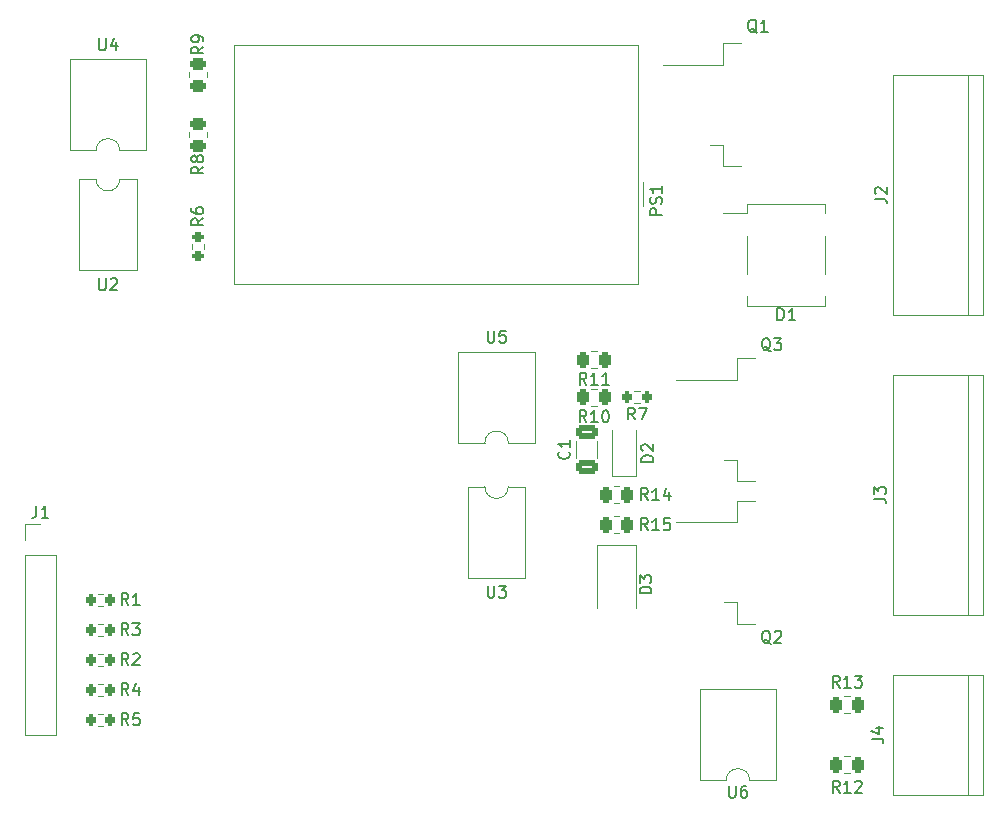
<source format=gto>
G04 #@! TF.GenerationSoftware,KiCad,Pcbnew,(6.0.0-0)*
G04 #@! TF.CreationDate,2022-03-09T14:35:56+01:00*
G04 #@! TF.ProjectId,prototype-2,70726f74-6f74-4797-9065-2d322e6b6963,rev?*
G04 #@! TF.SameCoordinates,Original*
G04 #@! TF.FileFunction,Legend,Top*
G04 #@! TF.FilePolarity,Positive*
%FSLAX46Y46*%
G04 Gerber Fmt 4.6, Leading zero omitted, Abs format (unit mm)*
G04 Created by KiCad (PCBNEW (6.0.0-0)) date 2022-03-09 14:35:56*
%MOMM*%
%LPD*%
G01*
G04 APERTURE LIST*
G04 Aperture macros list*
%AMRoundRect*
0 Rectangle with rounded corners*
0 $1 Rounding radius*
0 $2 $3 $4 $5 $6 $7 $8 $9 X,Y pos of 4 corners*
0 Add a 4 corners polygon primitive as box body*
4,1,4,$2,$3,$4,$5,$6,$7,$8,$9,$2,$3,0*
0 Add four circle primitives for the rounded corners*
1,1,$1+$1,$2,$3*
1,1,$1+$1,$4,$5*
1,1,$1+$1,$6,$7*
1,1,$1+$1,$8,$9*
0 Add four rect primitives between the rounded corners*
20,1,$1+$1,$2,$3,$4,$5,0*
20,1,$1+$1,$4,$5,$6,$7,0*
20,1,$1+$1,$6,$7,$8,$9,0*
20,1,$1+$1,$8,$9,$2,$3,0*%
G04 Aperture macros list end*
%ADD10C,0.150000*%
%ADD11C,0.120000*%
%ADD12RoundRect,0.250000X-0.262500X-0.450000X0.262500X-0.450000X0.262500X0.450000X-0.262500X0.450000X0*%
%ADD13RoundRect,0.250000X0.262500X0.450000X-0.262500X0.450000X-0.262500X-0.450000X0.262500X-0.450000X0*%
%ADD14R,4.600000X1.100000*%
%ADD15R,9.400000X10.800000*%
%ADD16R,1.800000X2.500000*%
%ADD17R,2.000000X1.780000*%
%ADD18RoundRect,0.200000X-0.275000X0.200000X-0.275000X-0.200000X0.275000X-0.200000X0.275000X0.200000X0*%
%ADD19R,1.200000X0.900000*%
%ADD20R,3.000000X3.000000*%
%ADD21C,3.000000*%
%ADD22RoundRect,0.200000X-0.200000X-0.275000X0.200000X-0.275000X0.200000X0.275000X-0.200000X0.275000X0*%
%ADD23RoundRect,0.200000X0.200000X0.275000X-0.200000X0.275000X-0.200000X-0.275000X0.200000X-0.275000X0*%
%ADD24RoundRect,0.250000X-0.450000X0.262500X-0.450000X-0.262500X0.450000X-0.262500X0.450000X0.262500X0*%
%ADD25R,1.700000X1.700000*%
%ADD26O,1.700000X1.700000*%
%ADD27R,2.300000X2.000000*%
%ADD28C,2.300000*%
%ADD29R,2.000000X1.500000*%
%ADD30RoundRect,0.250000X0.650000X-0.325000X0.650000X0.325000X-0.650000X0.325000X-0.650000X-0.325000X0*%
G04 APERTURE END LIST*
D10*
X162552142Y-94432380D02*
X162218809Y-93956190D01*
X161980714Y-94432380D02*
X161980714Y-93432380D01*
X162361666Y-93432380D01*
X162456904Y-93480000D01*
X162504523Y-93527619D01*
X162552142Y-93622857D01*
X162552142Y-93765714D01*
X162504523Y-93860952D01*
X162456904Y-93908571D01*
X162361666Y-93956190D01*
X161980714Y-93956190D01*
X163504523Y-94432380D02*
X162933095Y-94432380D01*
X163218809Y-94432380D02*
X163218809Y-93432380D01*
X163123571Y-93575238D01*
X163028333Y-93670476D01*
X162933095Y-93718095D01*
X164409285Y-93432380D02*
X163933095Y-93432380D01*
X163885476Y-93908571D01*
X163933095Y-93860952D01*
X164028333Y-93813333D01*
X164266428Y-93813333D01*
X164361666Y-93860952D01*
X164409285Y-93908571D01*
X164456904Y-94003809D01*
X164456904Y-94241904D01*
X164409285Y-94337142D01*
X164361666Y-94384761D01*
X164266428Y-94432380D01*
X164028333Y-94432380D01*
X163933095Y-94384761D01*
X163885476Y-94337142D01*
X162552142Y-91892380D02*
X162218809Y-91416190D01*
X161980714Y-91892380D02*
X161980714Y-90892380D01*
X162361666Y-90892380D01*
X162456904Y-90940000D01*
X162504523Y-90987619D01*
X162552142Y-91082857D01*
X162552142Y-91225714D01*
X162504523Y-91320952D01*
X162456904Y-91368571D01*
X162361666Y-91416190D01*
X161980714Y-91416190D01*
X163504523Y-91892380D02*
X162933095Y-91892380D01*
X163218809Y-91892380D02*
X163218809Y-90892380D01*
X163123571Y-91035238D01*
X163028333Y-91130476D01*
X162933095Y-91178095D01*
X164361666Y-91225714D02*
X164361666Y-91892380D01*
X164123571Y-90844761D02*
X163885476Y-91559047D01*
X164504523Y-91559047D01*
X172944761Y-104052619D02*
X172849523Y-104005000D01*
X172754285Y-103909761D01*
X172611428Y-103766904D01*
X172516190Y-103719285D01*
X172420952Y-103719285D01*
X172468571Y-103957380D02*
X172373333Y-103909761D01*
X172278095Y-103814523D01*
X172230476Y-103624047D01*
X172230476Y-103290714D01*
X172278095Y-103100238D01*
X172373333Y-103005000D01*
X172468571Y-102957380D01*
X172659047Y-102957380D01*
X172754285Y-103005000D01*
X172849523Y-103100238D01*
X172897142Y-103290714D01*
X172897142Y-103624047D01*
X172849523Y-103814523D01*
X172754285Y-103909761D01*
X172659047Y-103957380D01*
X172468571Y-103957380D01*
X173278095Y-103052619D02*
X173325714Y-103005000D01*
X173420952Y-102957380D01*
X173659047Y-102957380D01*
X173754285Y-103005000D01*
X173801904Y-103052619D01*
X173849523Y-103147857D01*
X173849523Y-103243095D01*
X173801904Y-103385952D01*
X173230476Y-103957380D01*
X173849523Y-103957380D01*
X162857380Y-99798095D02*
X161857380Y-99798095D01*
X161857380Y-99560000D01*
X161905000Y-99417142D01*
X162000238Y-99321904D01*
X162095476Y-99274285D01*
X162285952Y-99226666D01*
X162428809Y-99226666D01*
X162619285Y-99274285D01*
X162714523Y-99321904D01*
X162809761Y-99417142D01*
X162857380Y-99560000D01*
X162857380Y-99798095D01*
X161857380Y-98893333D02*
X161857380Y-98274285D01*
X162238333Y-98607619D01*
X162238333Y-98464761D01*
X162285952Y-98369523D01*
X162333571Y-98321904D01*
X162428809Y-98274285D01*
X162666904Y-98274285D01*
X162762142Y-98321904D01*
X162809761Y-98369523D01*
X162857380Y-98464761D01*
X162857380Y-98750476D01*
X162809761Y-98845714D01*
X162762142Y-98893333D01*
X148983095Y-77557380D02*
X148983095Y-78366904D01*
X149030714Y-78462142D01*
X149078333Y-78509761D01*
X149173571Y-78557380D01*
X149364047Y-78557380D01*
X149459285Y-78509761D01*
X149506904Y-78462142D01*
X149554523Y-78366904D01*
X149554523Y-77557380D01*
X150506904Y-77557380D02*
X150030714Y-77557380D01*
X149983095Y-78033571D01*
X150030714Y-77985952D01*
X150125952Y-77938333D01*
X150364047Y-77938333D01*
X150459285Y-77985952D01*
X150506904Y-78033571D01*
X150554523Y-78128809D01*
X150554523Y-78366904D01*
X150506904Y-78462142D01*
X150459285Y-78509761D01*
X150364047Y-78557380D01*
X150125952Y-78557380D01*
X150030714Y-78509761D01*
X149983095Y-78462142D01*
X157357142Y-82112380D02*
X157023809Y-81636190D01*
X156785714Y-82112380D02*
X156785714Y-81112380D01*
X157166666Y-81112380D01*
X157261904Y-81160000D01*
X157309523Y-81207619D01*
X157357142Y-81302857D01*
X157357142Y-81445714D01*
X157309523Y-81540952D01*
X157261904Y-81588571D01*
X157166666Y-81636190D01*
X156785714Y-81636190D01*
X158309523Y-82112380D02*
X157738095Y-82112380D01*
X158023809Y-82112380D02*
X158023809Y-81112380D01*
X157928571Y-81255238D01*
X157833333Y-81350476D01*
X157738095Y-81398095D01*
X159261904Y-82112380D02*
X158690476Y-82112380D01*
X158976190Y-82112380D02*
X158976190Y-81112380D01*
X158880952Y-81255238D01*
X158785714Y-81350476D01*
X158690476Y-81398095D01*
X124912380Y-68046666D02*
X124436190Y-68380000D01*
X124912380Y-68618095D02*
X123912380Y-68618095D01*
X123912380Y-68237142D01*
X123960000Y-68141904D01*
X124007619Y-68094285D01*
X124102857Y-68046666D01*
X124245714Y-68046666D01*
X124340952Y-68094285D01*
X124388571Y-68141904D01*
X124436190Y-68237142D01*
X124436190Y-68618095D01*
X123912380Y-67189523D02*
X123912380Y-67380000D01*
X123960000Y-67475238D01*
X124007619Y-67522857D01*
X124150476Y-67618095D01*
X124340952Y-67665714D01*
X124721904Y-67665714D01*
X124817142Y-67618095D01*
X124864761Y-67570476D01*
X124912380Y-67475238D01*
X124912380Y-67284761D01*
X124864761Y-67189523D01*
X124817142Y-67141904D01*
X124721904Y-67094285D01*
X124483809Y-67094285D01*
X124388571Y-67141904D01*
X124340952Y-67189523D01*
X124293333Y-67284761D01*
X124293333Y-67475238D01*
X124340952Y-67570476D01*
X124388571Y-67618095D01*
X124483809Y-67665714D01*
X163012380Y-88668095D02*
X162012380Y-88668095D01*
X162012380Y-88430000D01*
X162060000Y-88287142D01*
X162155238Y-88191904D01*
X162250476Y-88144285D01*
X162440952Y-88096666D01*
X162583809Y-88096666D01*
X162774285Y-88144285D01*
X162869523Y-88191904D01*
X162964761Y-88287142D01*
X163012380Y-88430000D01*
X163012380Y-88668095D01*
X162107619Y-87715714D02*
X162060000Y-87668095D01*
X162012380Y-87572857D01*
X162012380Y-87334761D01*
X162060000Y-87239523D01*
X162107619Y-87191904D01*
X162202857Y-87144285D01*
X162298095Y-87144285D01*
X162440952Y-87191904D01*
X163012380Y-87763333D01*
X163012380Y-87144285D01*
X181697380Y-91773333D02*
X182411666Y-91773333D01*
X182554523Y-91820952D01*
X182649761Y-91916190D01*
X182697380Y-92059047D01*
X182697380Y-92154285D01*
X181697380Y-91392380D02*
X181697380Y-90773333D01*
X182078333Y-91106666D01*
X182078333Y-90963809D01*
X182125952Y-90868571D01*
X182173571Y-90820952D01*
X182268809Y-90773333D01*
X182506904Y-90773333D01*
X182602142Y-90820952D01*
X182649761Y-90868571D01*
X182697380Y-90963809D01*
X182697380Y-91249523D01*
X182649761Y-91344761D01*
X182602142Y-91392380D01*
X118578333Y-110942380D02*
X118245000Y-110466190D01*
X118006904Y-110942380D02*
X118006904Y-109942380D01*
X118387857Y-109942380D01*
X118483095Y-109990000D01*
X118530714Y-110037619D01*
X118578333Y-110132857D01*
X118578333Y-110275714D01*
X118530714Y-110370952D01*
X118483095Y-110418571D01*
X118387857Y-110466190D01*
X118006904Y-110466190D01*
X119483095Y-109942380D02*
X119006904Y-109942380D01*
X118959285Y-110418571D01*
X119006904Y-110370952D01*
X119102142Y-110323333D01*
X119340238Y-110323333D01*
X119435476Y-110370952D01*
X119483095Y-110418571D01*
X119530714Y-110513809D01*
X119530714Y-110751904D01*
X119483095Y-110847142D01*
X119435476Y-110894761D01*
X119340238Y-110942380D01*
X119102142Y-110942380D01*
X119006904Y-110894761D01*
X118959285Y-110847142D01*
X178784642Y-116657380D02*
X178451309Y-116181190D01*
X178213214Y-116657380D02*
X178213214Y-115657380D01*
X178594166Y-115657380D01*
X178689404Y-115705000D01*
X178737023Y-115752619D01*
X178784642Y-115847857D01*
X178784642Y-115990714D01*
X178737023Y-116085952D01*
X178689404Y-116133571D01*
X178594166Y-116181190D01*
X178213214Y-116181190D01*
X179737023Y-116657380D02*
X179165595Y-116657380D01*
X179451309Y-116657380D02*
X179451309Y-115657380D01*
X179356071Y-115800238D01*
X179260833Y-115895476D01*
X179165595Y-115943095D01*
X180117976Y-115752619D02*
X180165595Y-115705000D01*
X180260833Y-115657380D01*
X180498928Y-115657380D01*
X180594166Y-115705000D01*
X180641785Y-115752619D01*
X180689404Y-115847857D01*
X180689404Y-115943095D01*
X180641785Y-116085952D01*
X180070357Y-116657380D01*
X180689404Y-116657380D01*
X118578333Y-100782380D02*
X118245000Y-100306190D01*
X118006904Y-100782380D02*
X118006904Y-99782380D01*
X118387857Y-99782380D01*
X118483095Y-99830000D01*
X118530714Y-99877619D01*
X118578333Y-99972857D01*
X118578333Y-100115714D01*
X118530714Y-100210952D01*
X118483095Y-100258571D01*
X118387857Y-100306190D01*
X118006904Y-100306190D01*
X119530714Y-100782380D02*
X118959285Y-100782380D01*
X119245000Y-100782380D02*
X119245000Y-99782380D01*
X119149761Y-99925238D01*
X119054523Y-100020476D01*
X118959285Y-100068095D01*
X118578333Y-108402380D02*
X118245000Y-107926190D01*
X118006904Y-108402380D02*
X118006904Y-107402380D01*
X118387857Y-107402380D01*
X118483095Y-107450000D01*
X118530714Y-107497619D01*
X118578333Y-107592857D01*
X118578333Y-107735714D01*
X118530714Y-107830952D01*
X118483095Y-107878571D01*
X118387857Y-107926190D01*
X118006904Y-107926190D01*
X119435476Y-107735714D02*
X119435476Y-108402380D01*
X119197380Y-107354761D02*
X118959285Y-108069047D01*
X119578333Y-108069047D01*
X118578333Y-103322380D02*
X118245000Y-102846190D01*
X118006904Y-103322380D02*
X118006904Y-102322380D01*
X118387857Y-102322380D01*
X118483095Y-102370000D01*
X118530714Y-102417619D01*
X118578333Y-102512857D01*
X118578333Y-102655714D01*
X118530714Y-102750952D01*
X118483095Y-102798571D01*
X118387857Y-102846190D01*
X118006904Y-102846190D01*
X118911666Y-102322380D02*
X119530714Y-102322380D01*
X119197380Y-102703333D01*
X119340238Y-102703333D01*
X119435476Y-102750952D01*
X119483095Y-102798571D01*
X119530714Y-102893809D01*
X119530714Y-103131904D01*
X119483095Y-103227142D01*
X119435476Y-103274761D01*
X119340238Y-103322380D01*
X119054523Y-103322380D01*
X118959285Y-103274761D01*
X118911666Y-103227142D01*
X124912380Y-63666666D02*
X124436190Y-64000000D01*
X124912380Y-64238095D02*
X123912380Y-64238095D01*
X123912380Y-63857142D01*
X123960000Y-63761904D01*
X124007619Y-63714285D01*
X124102857Y-63666666D01*
X124245714Y-63666666D01*
X124340952Y-63714285D01*
X124388571Y-63761904D01*
X124436190Y-63857142D01*
X124436190Y-64238095D01*
X124340952Y-63095238D02*
X124293333Y-63190476D01*
X124245714Y-63238095D01*
X124150476Y-63285714D01*
X124102857Y-63285714D01*
X124007619Y-63238095D01*
X123960000Y-63190476D01*
X123912380Y-63095238D01*
X123912380Y-62904761D01*
X123960000Y-62809523D01*
X124007619Y-62761904D01*
X124102857Y-62714285D01*
X124150476Y-62714285D01*
X124245714Y-62761904D01*
X124293333Y-62809523D01*
X124340952Y-62904761D01*
X124340952Y-63095238D01*
X124388571Y-63190476D01*
X124436190Y-63238095D01*
X124531428Y-63285714D01*
X124721904Y-63285714D01*
X124817142Y-63238095D01*
X124864761Y-63190476D01*
X124912380Y-63095238D01*
X124912380Y-62904761D01*
X124864761Y-62809523D01*
X124817142Y-62761904D01*
X124721904Y-62714285D01*
X124531428Y-62714285D01*
X124436190Y-62761904D01*
X124388571Y-62809523D01*
X124340952Y-62904761D01*
X110791666Y-92372380D02*
X110791666Y-93086666D01*
X110744047Y-93229523D01*
X110648809Y-93324761D01*
X110505952Y-93372380D01*
X110410714Y-93372380D01*
X111791666Y-93372380D02*
X111220238Y-93372380D01*
X111505952Y-93372380D02*
X111505952Y-92372380D01*
X111410714Y-92515238D01*
X111315476Y-92610476D01*
X111220238Y-92658095D01*
X116078095Y-73112380D02*
X116078095Y-73921904D01*
X116125714Y-74017142D01*
X116173333Y-74064761D01*
X116268571Y-74112380D01*
X116459047Y-74112380D01*
X116554285Y-74064761D01*
X116601904Y-74017142D01*
X116649523Y-73921904D01*
X116649523Y-73112380D01*
X117078095Y-73207619D02*
X117125714Y-73160000D01*
X117220952Y-73112380D01*
X117459047Y-73112380D01*
X117554285Y-73160000D01*
X117601904Y-73207619D01*
X117649523Y-73302857D01*
X117649523Y-73398095D01*
X117601904Y-73540952D01*
X117030476Y-74112380D01*
X117649523Y-74112380D01*
X157357142Y-85287380D02*
X157023809Y-84811190D01*
X156785714Y-85287380D02*
X156785714Y-84287380D01*
X157166666Y-84287380D01*
X157261904Y-84335000D01*
X157309523Y-84382619D01*
X157357142Y-84477857D01*
X157357142Y-84620714D01*
X157309523Y-84715952D01*
X157261904Y-84763571D01*
X157166666Y-84811190D01*
X156785714Y-84811190D01*
X158309523Y-85287380D02*
X157738095Y-85287380D01*
X158023809Y-85287380D02*
X158023809Y-84287380D01*
X157928571Y-84430238D01*
X157833333Y-84525476D01*
X157738095Y-84573095D01*
X158928571Y-84287380D02*
X159023809Y-84287380D01*
X159119047Y-84335000D01*
X159166666Y-84382619D01*
X159214285Y-84477857D01*
X159261904Y-84668333D01*
X159261904Y-84906428D01*
X159214285Y-85096904D01*
X159166666Y-85192142D01*
X159119047Y-85239761D01*
X159023809Y-85287380D01*
X158928571Y-85287380D01*
X158833333Y-85239761D01*
X158785714Y-85192142D01*
X158738095Y-85096904D01*
X158690476Y-84906428D01*
X158690476Y-84668333D01*
X158738095Y-84477857D01*
X158785714Y-84382619D01*
X158833333Y-84335000D01*
X158928571Y-84287380D01*
X116078095Y-52792380D02*
X116078095Y-53601904D01*
X116125714Y-53697142D01*
X116173333Y-53744761D01*
X116268571Y-53792380D01*
X116459047Y-53792380D01*
X116554285Y-53744761D01*
X116601904Y-53697142D01*
X116649523Y-53601904D01*
X116649523Y-52792380D01*
X117554285Y-53125714D02*
X117554285Y-53792380D01*
X117316190Y-52744761D02*
X117078095Y-53459047D01*
X117697142Y-53459047D01*
X148983095Y-99147380D02*
X148983095Y-99956904D01*
X149030714Y-100052142D01*
X149078333Y-100099761D01*
X149173571Y-100147380D01*
X149364047Y-100147380D01*
X149459285Y-100099761D01*
X149506904Y-100052142D01*
X149554523Y-99956904D01*
X149554523Y-99147380D01*
X149935476Y-99147380D02*
X150554523Y-99147380D01*
X150221190Y-99528333D01*
X150364047Y-99528333D01*
X150459285Y-99575952D01*
X150506904Y-99623571D01*
X150554523Y-99718809D01*
X150554523Y-99956904D01*
X150506904Y-100052142D01*
X150459285Y-100099761D01*
X150364047Y-100147380D01*
X150078333Y-100147380D01*
X149983095Y-100099761D01*
X149935476Y-100052142D01*
X172944761Y-79287619D02*
X172849523Y-79240000D01*
X172754285Y-79144761D01*
X172611428Y-79001904D01*
X172516190Y-78954285D01*
X172420952Y-78954285D01*
X172468571Y-79192380D02*
X172373333Y-79144761D01*
X172278095Y-79049523D01*
X172230476Y-78859047D01*
X172230476Y-78525714D01*
X172278095Y-78335238D01*
X172373333Y-78240000D01*
X172468571Y-78192380D01*
X172659047Y-78192380D01*
X172754285Y-78240000D01*
X172849523Y-78335238D01*
X172897142Y-78525714D01*
X172897142Y-78859047D01*
X172849523Y-79049523D01*
X172754285Y-79144761D01*
X172659047Y-79192380D01*
X172468571Y-79192380D01*
X173230476Y-78192380D02*
X173849523Y-78192380D01*
X173516190Y-78573333D01*
X173659047Y-78573333D01*
X173754285Y-78620952D01*
X173801904Y-78668571D01*
X173849523Y-78763809D01*
X173849523Y-79001904D01*
X173801904Y-79097142D01*
X173754285Y-79144761D01*
X173659047Y-79192380D01*
X173373333Y-79192380D01*
X173278095Y-79144761D01*
X173230476Y-79097142D01*
X181497380Y-112093333D02*
X182211666Y-112093333D01*
X182354523Y-112140952D01*
X182449761Y-112236190D01*
X182497380Y-112379047D01*
X182497380Y-112474285D01*
X181830714Y-111188571D02*
X182497380Y-111188571D01*
X181449761Y-111426666D02*
X182164047Y-111664761D01*
X182164047Y-111045714D01*
X161453333Y-85067380D02*
X161120000Y-84591190D01*
X160881904Y-85067380D02*
X160881904Y-84067380D01*
X161262857Y-84067380D01*
X161358095Y-84115000D01*
X161405714Y-84162619D01*
X161453333Y-84257857D01*
X161453333Y-84400714D01*
X161405714Y-84495952D01*
X161358095Y-84543571D01*
X161262857Y-84591190D01*
X160881904Y-84591190D01*
X161786666Y-84067380D02*
X162453333Y-84067380D01*
X162024761Y-85067380D01*
X163734880Y-67764285D02*
X162734880Y-67764285D01*
X162734880Y-67383333D01*
X162782500Y-67288095D01*
X162830119Y-67240476D01*
X162925357Y-67192857D01*
X163068214Y-67192857D01*
X163163452Y-67240476D01*
X163211071Y-67288095D01*
X163258690Y-67383333D01*
X163258690Y-67764285D01*
X163687261Y-66811904D02*
X163734880Y-66669047D01*
X163734880Y-66430952D01*
X163687261Y-66335714D01*
X163639642Y-66288095D01*
X163544404Y-66240476D01*
X163449166Y-66240476D01*
X163353928Y-66288095D01*
X163306309Y-66335714D01*
X163258690Y-66430952D01*
X163211071Y-66621428D01*
X163163452Y-66716666D01*
X163115833Y-66764285D01*
X163020595Y-66811904D01*
X162925357Y-66811904D01*
X162830119Y-66764285D01*
X162782500Y-66716666D01*
X162734880Y-66621428D01*
X162734880Y-66383333D01*
X162782500Y-66240476D01*
X163734880Y-65288095D02*
X163734880Y-65859523D01*
X163734880Y-65573809D02*
X162734880Y-65573809D01*
X162877738Y-65669047D01*
X162972976Y-65764285D01*
X163020595Y-65859523D01*
X173516904Y-76652380D02*
X173516904Y-75652380D01*
X173755000Y-75652380D01*
X173897857Y-75700000D01*
X173993095Y-75795238D01*
X174040714Y-75890476D01*
X174088333Y-76080952D01*
X174088333Y-76223809D01*
X174040714Y-76414285D01*
X173993095Y-76509523D01*
X173897857Y-76604761D01*
X173755000Y-76652380D01*
X173516904Y-76652380D01*
X175040714Y-76652380D02*
X174469285Y-76652380D01*
X174755000Y-76652380D02*
X174755000Y-75652380D01*
X174659761Y-75795238D01*
X174564523Y-75890476D01*
X174469285Y-75938095D01*
X155872142Y-87796666D02*
X155919761Y-87844285D01*
X155967380Y-87987142D01*
X155967380Y-88082380D01*
X155919761Y-88225238D01*
X155824523Y-88320476D01*
X155729285Y-88368095D01*
X155538809Y-88415714D01*
X155395952Y-88415714D01*
X155205476Y-88368095D01*
X155110238Y-88320476D01*
X155015000Y-88225238D01*
X154967380Y-88082380D01*
X154967380Y-87987142D01*
X155015000Y-87844285D01*
X155062619Y-87796666D01*
X155967380Y-86844285D02*
X155967380Y-87415714D01*
X155967380Y-87130000D02*
X154967380Y-87130000D01*
X155110238Y-87225238D01*
X155205476Y-87320476D01*
X155253095Y-87415714D01*
X178784642Y-107767380D02*
X178451309Y-107291190D01*
X178213214Y-107767380D02*
X178213214Y-106767380D01*
X178594166Y-106767380D01*
X178689404Y-106815000D01*
X178737023Y-106862619D01*
X178784642Y-106957857D01*
X178784642Y-107100714D01*
X178737023Y-107195952D01*
X178689404Y-107243571D01*
X178594166Y-107291190D01*
X178213214Y-107291190D01*
X179737023Y-107767380D02*
X179165595Y-107767380D01*
X179451309Y-107767380D02*
X179451309Y-106767380D01*
X179356071Y-106910238D01*
X179260833Y-107005476D01*
X179165595Y-107053095D01*
X180070357Y-106767380D02*
X180689404Y-106767380D01*
X180356071Y-107148333D01*
X180498928Y-107148333D01*
X180594166Y-107195952D01*
X180641785Y-107243571D01*
X180689404Y-107338809D01*
X180689404Y-107576904D01*
X180641785Y-107672142D01*
X180594166Y-107719761D01*
X180498928Y-107767380D01*
X180213214Y-107767380D01*
X180117976Y-107719761D01*
X180070357Y-107672142D01*
X169418095Y-116082380D02*
X169418095Y-116891904D01*
X169465714Y-116987142D01*
X169513333Y-117034761D01*
X169608571Y-117082380D01*
X169799047Y-117082380D01*
X169894285Y-117034761D01*
X169941904Y-116987142D01*
X169989523Y-116891904D01*
X169989523Y-116082380D01*
X170894285Y-116082380D02*
X170703809Y-116082380D01*
X170608571Y-116130000D01*
X170560952Y-116177619D01*
X170465714Y-116320476D01*
X170418095Y-116510952D01*
X170418095Y-116891904D01*
X170465714Y-116987142D01*
X170513333Y-117034761D01*
X170608571Y-117082380D01*
X170799047Y-117082380D01*
X170894285Y-117034761D01*
X170941904Y-116987142D01*
X170989523Y-116891904D01*
X170989523Y-116653809D01*
X170941904Y-116558571D01*
X170894285Y-116510952D01*
X170799047Y-116463333D01*
X170608571Y-116463333D01*
X170513333Y-116510952D01*
X170465714Y-116558571D01*
X170418095Y-116653809D01*
X181777380Y-66393333D02*
X182491666Y-66393333D01*
X182634523Y-66440952D01*
X182729761Y-66536190D01*
X182777380Y-66679047D01*
X182777380Y-66774285D01*
X181872619Y-65964761D02*
X181825000Y-65917142D01*
X181777380Y-65821904D01*
X181777380Y-65583809D01*
X181825000Y-65488571D01*
X181872619Y-65440952D01*
X181967857Y-65393333D01*
X182063095Y-65393333D01*
X182205952Y-65440952D01*
X182777380Y-66012380D01*
X182777380Y-65393333D01*
X171789761Y-52317619D02*
X171694523Y-52270000D01*
X171599285Y-52174761D01*
X171456428Y-52031904D01*
X171361190Y-51984285D01*
X171265952Y-51984285D01*
X171313571Y-52222380D02*
X171218333Y-52174761D01*
X171123095Y-52079523D01*
X171075476Y-51889047D01*
X171075476Y-51555714D01*
X171123095Y-51365238D01*
X171218333Y-51270000D01*
X171313571Y-51222380D01*
X171504047Y-51222380D01*
X171599285Y-51270000D01*
X171694523Y-51365238D01*
X171742142Y-51555714D01*
X171742142Y-51889047D01*
X171694523Y-52079523D01*
X171599285Y-52174761D01*
X171504047Y-52222380D01*
X171313571Y-52222380D01*
X172694523Y-52222380D02*
X172123095Y-52222380D01*
X172408809Y-52222380D02*
X172408809Y-51222380D01*
X172313571Y-51365238D01*
X172218333Y-51460476D01*
X172123095Y-51508095D01*
X118578333Y-105862380D02*
X118245000Y-105386190D01*
X118006904Y-105862380D02*
X118006904Y-104862380D01*
X118387857Y-104862380D01*
X118483095Y-104910000D01*
X118530714Y-104957619D01*
X118578333Y-105052857D01*
X118578333Y-105195714D01*
X118530714Y-105290952D01*
X118483095Y-105338571D01*
X118387857Y-105386190D01*
X118006904Y-105386190D01*
X118959285Y-104957619D02*
X119006904Y-104910000D01*
X119102142Y-104862380D01*
X119340238Y-104862380D01*
X119435476Y-104910000D01*
X119483095Y-104957619D01*
X119530714Y-105052857D01*
X119530714Y-105148095D01*
X119483095Y-105290952D01*
X118911666Y-105862380D01*
X119530714Y-105862380D01*
X124912380Y-53506666D02*
X124436190Y-53840000D01*
X124912380Y-54078095D02*
X123912380Y-54078095D01*
X123912380Y-53697142D01*
X123960000Y-53601904D01*
X124007619Y-53554285D01*
X124102857Y-53506666D01*
X124245714Y-53506666D01*
X124340952Y-53554285D01*
X124388571Y-53601904D01*
X124436190Y-53697142D01*
X124436190Y-54078095D01*
X124912380Y-53030476D02*
X124912380Y-52840000D01*
X124864761Y-52744761D01*
X124817142Y-52697142D01*
X124674285Y-52601904D01*
X124483809Y-52554285D01*
X124102857Y-52554285D01*
X124007619Y-52601904D01*
X123960000Y-52649523D01*
X123912380Y-52744761D01*
X123912380Y-52935238D01*
X123960000Y-53030476D01*
X124007619Y-53078095D01*
X124102857Y-53125714D01*
X124340952Y-53125714D01*
X124436190Y-53078095D01*
X124483809Y-53030476D01*
X124531428Y-52935238D01*
X124531428Y-52744761D01*
X124483809Y-52649523D01*
X124436190Y-52601904D01*
X124340952Y-52554285D01*
D11*
X159677936Y-93245000D02*
X160132064Y-93245000D01*
X159677936Y-94715000D02*
X160132064Y-94715000D01*
X160132064Y-90705000D02*
X159677936Y-90705000D01*
X160132064Y-92175000D02*
X159677936Y-92175000D01*
X171590000Y-102355000D02*
X170090000Y-102355000D01*
X170090000Y-100545000D02*
X168990000Y-100545000D01*
X170090000Y-91955000D02*
X170090000Y-93765000D01*
X170090000Y-102355000D02*
X170090000Y-100545000D01*
X170090000Y-93765000D02*
X164965000Y-93765000D01*
X171590000Y-91955000D02*
X170090000Y-91955000D01*
X161555000Y-95660000D02*
X161555000Y-101060000D01*
X161555000Y-95660000D02*
X158255000Y-95660000D01*
X158255000Y-95660000D02*
X158255000Y-101060000D01*
X146510000Y-87055000D02*
X148745000Y-87055000D01*
X152980000Y-79315000D02*
X146510000Y-79315000D01*
X150745000Y-87055000D02*
X152980000Y-87055000D01*
X152980000Y-87055000D02*
X152980000Y-79315000D01*
X146510000Y-79315000D02*
X146510000Y-87055000D01*
X150745000Y-87055000D02*
G75*
G03*
X148745000Y-87055000I-1000000J0D01*
G01*
X158227064Y-80745000D02*
X157772936Y-80745000D01*
X158227064Y-79275000D02*
X157772936Y-79275000D01*
X124982500Y-70182742D02*
X124982500Y-70657258D01*
X123937500Y-70182742D02*
X123937500Y-70657258D01*
X159540000Y-89880000D02*
X159540000Y-85980000D01*
X161540000Y-89880000D02*
X161540000Y-85980000D01*
X159540000Y-89880000D02*
X161540000Y-89880000D01*
X183315000Y-101600000D02*
X183315000Y-81280000D01*
X189665000Y-81280000D02*
X189665000Y-101600000D01*
X183315000Y-101600000D02*
X190935000Y-101600000D01*
X190935000Y-101600000D02*
X190935000Y-81280000D01*
X190935000Y-81280000D02*
X183315000Y-81280000D01*
X115967742Y-109967500D02*
X116442258Y-109967500D01*
X115967742Y-111012500D02*
X116442258Y-111012500D01*
X179654564Y-115035000D02*
X179200436Y-115035000D01*
X179654564Y-113565000D02*
X179200436Y-113565000D01*
X116442258Y-100852500D02*
X115967742Y-100852500D01*
X116442258Y-99807500D02*
X115967742Y-99807500D01*
X115967742Y-107427500D02*
X116442258Y-107427500D01*
X115967742Y-108472500D02*
X116442258Y-108472500D01*
X115967742Y-103392500D02*
X116442258Y-103392500D01*
X115967742Y-102347500D02*
X116442258Y-102347500D01*
X125195000Y-60732936D02*
X125195000Y-61187064D01*
X123725000Y-60732936D02*
X123725000Y-61187064D01*
X109795000Y-96520000D02*
X112455000Y-96520000D01*
X109795000Y-96520000D02*
X109795000Y-111820000D01*
X109795000Y-93920000D02*
X111125000Y-93920000D01*
X109795000Y-95250000D02*
X109795000Y-93920000D01*
X112455000Y-96520000D02*
X112455000Y-111820000D01*
X109795000Y-111820000D02*
X112455000Y-111820000D01*
X115840000Y-64710000D02*
X114390000Y-64710000D01*
X119290000Y-64710000D02*
X117840000Y-64710000D01*
X114390000Y-64710000D02*
X114390000Y-72450000D01*
X114390000Y-72450000D02*
X119290000Y-72450000D01*
X119290000Y-72450000D02*
X119290000Y-64710000D01*
X115840000Y-64710000D02*
G75*
G03*
X117840000Y-64710000I1000000J0D01*
G01*
X158227064Y-83920000D02*
X157772936Y-83920000D01*
X158227064Y-82450000D02*
X157772936Y-82450000D01*
X113605000Y-62290000D02*
X115840000Y-62290000D01*
X120075000Y-54550000D02*
X113605000Y-54550000D01*
X113605000Y-54550000D02*
X113605000Y-62290000D01*
X120075000Y-62290000D02*
X120075000Y-54550000D01*
X117840000Y-62290000D02*
X120075000Y-62290000D01*
X117840000Y-62290000D02*
G75*
G03*
X115840000Y-62290000I-1000000J0D01*
G01*
X147295000Y-98485000D02*
X152195000Y-98485000D01*
X152195000Y-90745000D02*
X150745000Y-90745000D01*
X148745000Y-90745000D02*
X147295000Y-90745000D01*
X147295000Y-90745000D02*
X147295000Y-98485000D01*
X152195000Y-98485000D02*
X152195000Y-90745000D01*
X148745000Y-90745000D02*
G75*
G03*
X150745000Y-90745000I1000000J0D01*
G01*
X170090000Y-88480000D02*
X168990000Y-88480000D01*
X170090000Y-79890000D02*
X170090000Y-81700000D01*
X171590000Y-90290000D02*
X170090000Y-90290000D01*
X170090000Y-90290000D02*
X170090000Y-88480000D01*
X170090000Y-81700000D02*
X164965000Y-81700000D01*
X171590000Y-79890000D02*
X170090000Y-79890000D01*
X190935000Y-116840000D02*
X190935000Y-106680000D01*
X183315000Y-116840000D02*
X190935000Y-116840000D01*
X190935000Y-106680000D02*
X183315000Y-106680000D01*
X189665000Y-106680000D02*
X189665000Y-116840000D01*
X183315000Y-106680000D02*
X183315000Y-116840000D01*
X161857258Y-83707500D02*
X161382742Y-83707500D01*
X161857258Y-82662500D02*
X161382742Y-82662500D01*
X161742500Y-73600000D02*
X161742500Y-53400000D01*
X127542500Y-73600000D02*
X161742500Y-73600000D01*
X127542500Y-53400000D02*
X127542500Y-73600000D01*
X161742500Y-53400000D02*
X127542500Y-53400000D01*
X162132500Y-67000000D02*
X162132500Y-64990000D01*
X170955000Y-74620000D02*
X170955000Y-75420000D01*
X170953000Y-67564000D02*
X168921000Y-67564000D01*
X177555000Y-75420000D02*
X177555000Y-74620000D01*
X170955000Y-66820000D02*
X177555000Y-66820000D01*
X170955000Y-75420000D02*
X177555000Y-75420000D01*
X177557000Y-66802000D02*
X177557000Y-66802000D01*
X177557000Y-67564000D02*
X177557000Y-66802000D01*
X168921000Y-67564000D02*
X168921000Y-67564000D01*
X170955000Y-69520000D02*
X170955000Y-72720000D01*
X177555000Y-69520000D02*
X177555000Y-72720000D01*
X170953000Y-66802000D02*
X170953000Y-67564000D01*
X156455000Y-88341252D02*
X156455000Y-86918748D01*
X158275000Y-88341252D02*
X158275000Y-86918748D01*
X179654564Y-109955000D02*
X179200436Y-109955000D01*
X179654564Y-108485000D02*
X179200436Y-108485000D01*
X171180000Y-115630000D02*
X173415000Y-115630000D01*
X166945000Y-115630000D02*
X169180000Y-115630000D01*
X166945000Y-107890000D02*
X166945000Y-115630000D01*
X173415000Y-107890000D02*
X166945000Y-107890000D01*
X173415000Y-115630000D02*
X173415000Y-107890000D01*
X171180000Y-115630000D02*
G75*
G03*
X169180000Y-115630000I-1000000J0D01*
G01*
X183315000Y-76200000D02*
X183315000Y-55880000D01*
X190935000Y-55880000D02*
X183315000Y-55880000D01*
X183315000Y-76200000D02*
X190935000Y-76200000D01*
X189665000Y-55880000D02*
X189665000Y-76200000D01*
X190935000Y-76200000D02*
X190935000Y-55880000D01*
X168935000Y-63620000D02*
X168935000Y-61810000D01*
X168935000Y-55030000D02*
X163810000Y-55030000D01*
X170435000Y-63620000D02*
X168935000Y-63620000D01*
X168935000Y-53220000D02*
X168935000Y-55030000D01*
X170435000Y-53220000D02*
X168935000Y-53220000D01*
X168935000Y-61810000D02*
X167835000Y-61810000D01*
X116442258Y-104887500D02*
X115967742Y-104887500D01*
X116442258Y-105932500D02*
X115967742Y-105932500D01*
X125195000Y-55652936D02*
X125195000Y-56107064D01*
X123725000Y-55652936D02*
X123725000Y-56107064D01*
%LPC*%
D12*
X158992500Y-93980000D03*
X160817500Y-93980000D03*
D13*
X158992500Y-91440000D03*
X160817500Y-91440000D03*
D14*
X167265000Y-94615000D03*
X167265000Y-97155000D03*
D15*
X176415000Y-97155000D03*
D14*
X167265000Y-99695000D03*
D16*
X159905000Y-97060000D03*
X159905000Y-101060000D03*
D17*
X154510000Y-85725000D03*
X154510000Y-83185000D03*
X154510000Y-80645000D03*
X144980000Y-80645000D03*
X144980000Y-83185000D03*
X144980000Y-85725000D03*
D13*
X157087500Y-80010000D03*
X158912500Y-80010000D03*
D18*
X124460000Y-69595000D03*
X124460000Y-71245000D03*
D19*
X160540000Y-89280000D03*
X160540000Y-85980000D03*
D20*
X187125000Y-99060000D03*
D21*
X187125000Y-93980000D03*
X187125000Y-88900000D03*
X187125000Y-83820000D03*
D22*
X115380000Y-110490000D03*
X117030000Y-110490000D03*
D13*
X180340000Y-114300000D03*
X178515000Y-114300000D03*
D23*
X117030000Y-100330000D03*
X115380000Y-100330000D03*
D22*
X115380000Y-107950000D03*
X117030000Y-107950000D03*
X115380000Y-102870000D03*
X117030000Y-102870000D03*
D24*
X124460000Y-60047500D03*
X124460000Y-61872500D03*
D25*
X111125000Y-95250000D03*
D26*
X111125000Y-97790000D03*
X111125000Y-100330000D03*
X111125000Y-102870000D03*
X111125000Y-105410000D03*
X111125000Y-107950000D03*
X111125000Y-110490000D03*
D17*
X113030000Y-66040000D03*
X113030000Y-68580000D03*
X113030000Y-71120000D03*
X120650000Y-71120000D03*
X120650000Y-68580000D03*
X120650000Y-66040000D03*
D13*
X158912500Y-83185000D03*
X157087500Y-83185000D03*
D17*
X121605000Y-60960000D03*
X121605000Y-58420000D03*
X121605000Y-55880000D03*
X112075000Y-55880000D03*
X112075000Y-58420000D03*
X112075000Y-60960000D03*
X145935000Y-92075000D03*
X145935000Y-94615000D03*
X145935000Y-97155000D03*
X153555000Y-97155000D03*
X153555000Y-94615000D03*
X153555000Y-92075000D03*
D14*
X167265000Y-82550000D03*
D15*
X176415000Y-85090000D03*
D14*
X167265000Y-85090000D03*
X167265000Y-87630000D03*
D20*
X187125000Y-114300000D03*
D21*
X187125000Y-109220000D03*
D23*
X162445000Y-83185000D03*
X160795000Y-83185000D03*
D27*
X159342500Y-66000000D03*
D28*
X159342500Y-61000000D03*
X129942500Y-71200000D03*
X129942500Y-55800000D03*
D29*
X169885000Y-68570000D03*
X169885000Y-73670000D03*
X178625000Y-73670000D03*
X178625000Y-68570000D03*
D30*
X157365000Y-86155000D03*
X157365000Y-89105000D03*
D13*
X180340000Y-109220000D03*
X178515000Y-109220000D03*
D17*
X174945000Y-114300000D03*
X174945000Y-111760000D03*
X174945000Y-109220000D03*
X165415000Y-109220000D03*
X165415000Y-111760000D03*
X165415000Y-114300000D03*
D20*
X187125000Y-73660000D03*
D21*
X187125000Y-68580000D03*
X187125000Y-63500000D03*
X187125000Y-58420000D03*
D14*
X166110000Y-55880000D03*
X166110000Y-58420000D03*
D15*
X175260000Y-58420000D03*
D14*
X166110000Y-60960000D03*
D23*
X115380000Y-105410000D03*
X117030000Y-105410000D03*
D24*
X124460000Y-54967500D03*
X124460000Y-56792500D03*
M02*

</source>
